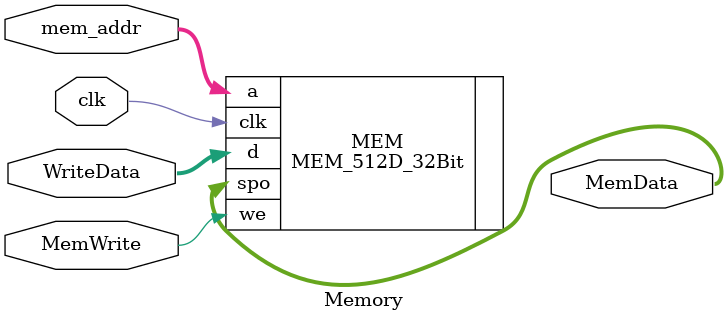
<source format=v>
`timescale 1ns / 1ps


module Memory(
    input clk,   //Ê±ÐòÄ£¿é
    input [8:0] mem_addr,
    input MemWrite,
    input [31:0] WriteData,
    output [31:0] MemData
    );
    
    MEM_512D_32Bit MEM(.a(mem_addr), .clk(clk), .d(WriteData), .we(MemWrite), .spo(MemData));
    
endmodule

</source>
